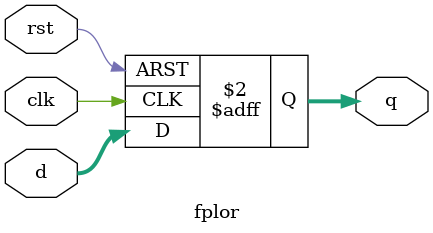
<source format=v>
`timescale 1ns / 1ps


module fplor #(parameter WIDTH = 8)(
	input wire clk,rst,
	input wire[WIDTH-1:0] d,
	output reg[WIDTH-1:0] q
    );
	always @(negedge clk,posedge rst) begin
		if(rst) begin
			q <= 0;
		end else begin
			q <= d;
		end
	end
endmodule
</source>
